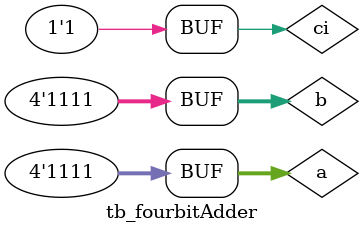
<source format=v>
module fourbitAdder(s,co,a,b,ci);
output [3:0]s;
output co;
wire [2:0]c;
input [3:0]a,b;
input ci;
fullAdder firstbit (s[0],c[0],a[0],b[0],ci);
fullAdder sectbit (s[1],c[1],a[1],b[1],c[0]);
fullAdder thirdbit (s[2],c[2],a[2],b[2],c[1]);
fullAdder fourthbit (s[3],co,a[3],b[3],c[2]);
endmodule



module tb_fourbitAdder;
wire [3:0]s;
wire co;
reg [3:0]a;
reg [3:0]b;
reg ci;
fourbitAdder fba(s,co,a,b,ci);
initial
begin 
{a,b,ci} = 9'b000000000;
repeat(511)
#20 {a,b,ci} = {a,b,ci}+9'b000000001;
end


endmodule
</source>
